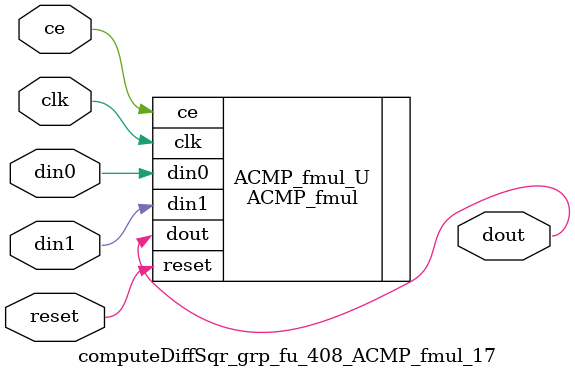
<source format=v>

`timescale 1 ns / 1 ps
module computeDiffSqr_grp_fu_408_ACMP_fmul_17(
    clk,
    reset,
    ce,
    din0,
    din1,
    dout);

parameter ID = 32'd1;
parameter NUM_STAGE = 32'd1;
parameter din0_WIDTH = 32'd1;
parameter din1_WIDTH = 32'd1;
parameter dout_WIDTH = 32'd1;
input clk;
input reset;
input ce;
input[din0_WIDTH - 1:0] din0;
input[din1_WIDTH - 1:0] din1;
output[dout_WIDTH - 1:0] dout;



ACMP_fmul #(
.ID( ID ),
.NUM_STAGE( 4 ),
.din0_WIDTH( din0_WIDTH ),
.din1_WIDTH( din1_WIDTH ),
.dout_WIDTH( dout_WIDTH ))
ACMP_fmul_U(
    .clk( clk ),
    .reset( reset ),
    .ce( ce ),
    .din0( din0 ),
    .din1( din1 ),
    .dout( dout ));

endmodule

</source>
